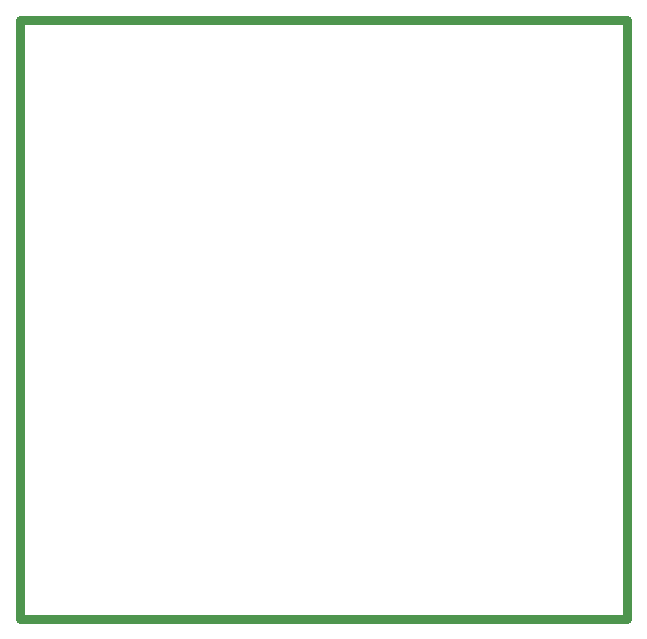
<source format=gko>
%FSLAX25Y25*%
%MOIN*%
G70*
G01*
G75*
G04 Layer_Color=16711935*
%ADD10R,0.03937X0.05118*%
%ADD11R,0.04724X0.05118*%
%ADD12R,0.05118X0.03937*%
%ADD13R,0.07000X0.10000*%
%ADD14R,0.05500X0.07600*%
%ADD15R,0.08000X0.02000*%
%ADD16O,0.08000X0.02000*%
%ADD17R,0.02559X0.04724*%
%ADD18R,0.06299X0.04921*%
%ADD19R,0.05118X0.04724*%
%ADD20C,0.07874*%
%ADD21C,0.02000*%
%ADD22C,0.06000*%
%ADD23C,0.01500*%
%ADD24C,0.04000*%
%ADD25C,0.03000*%
%ADD26C,0.01000*%
%ADD27C,0.05906*%
%ADD28R,0.05906X0.05906*%
%ADD29R,0.05906X0.05906*%
%ADD30R,0.08400X0.08400*%
%ADD31R,0.13780X0.13780*%
%ADD32C,0.21654*%
%ADD33C,0.05000*%
%ADD34R,0.02362X0.09449*%
%ADD35O,0.02362X0.09449*%
%ADD36R,0.04921X0.06299*%
%ADD37R,0.05118X0.10630*%
%ADD38O,0.02165X0.06496*%
%ADD39O,0.06496X0.02165*%
%ADD40C,0.00787*%
%ADD41C,0.00800*%
%ADD42R,0.04737X0.05918*%
%ADD43R,0.05524X0.05918*%
%ADD44R,0.05918X0.04737*%
%ADD45R,0.07800X0.10800*%
%ADD46R,0.06300X0.08400*%
%ADD47R,0.08800X0.02800*%
%ADD48O,0.08800X0.02800*%
%ADD49R,0.03359X0.05524*%
%ADD50R,0.07099X0.05721*%
%ADD51R,0.05918X0.05524*%
%ADD52C,0.06706*%
%ADD53R,0.06706X0.06706*%
%ADD54R,0.06706X0.06706*%
%ADD55R,0.09200X0.09200*%
%ADD56R,0.14579X0.14579*%
%ADD57C,0.22453*%
%ADD58C,0.05800*%
%ADD59R,0.03162X0.10249*%
%ADD60O,0.03162X0.10249*%
%ADD61R,0.05721X0.07099*%
%ADD62R,0.05918X0.11430*%
%ADD63O,0.02965X0.07296*%
%ADD64O,0.07296X0.02965*%
D25*
X-4900Y323000D02*
X197500D01*
Y522900D01*
X-4900D02*
X197500D01*
X-4900Y323000D02*
Y522900D01*
M02*

</source>
